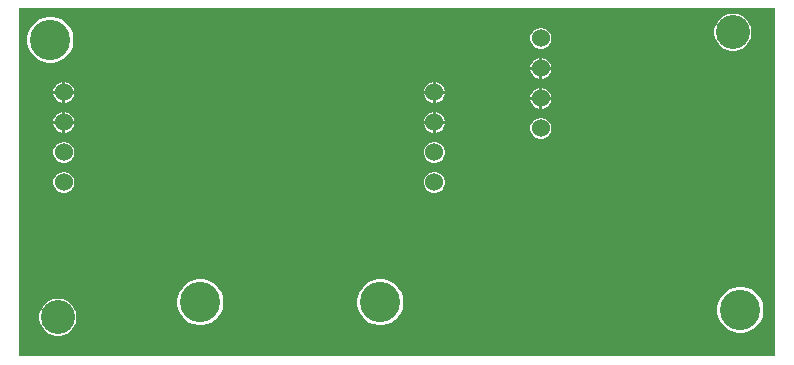
<source format=gbl>
G04*
G04 #@! TF.GenerationSoftware,Altium Limited,Altium Designer,22.9.1 (49)*
G04*
G04 Layer_Physical_Order=2*
G04 Layer_Color=16711680*
%FSLAX25Y25*%
%MOIN*%
G70*
G04*
G04 #@! TF.SameCoordinates,DEE7DE5E-5230-4543-89B2-9CAB29215946*
G04*
G04*
G04 #@! TF.FilePolarity,Positive*
G04*
G01*
G75*
%ADD27C,0.06000*%
%ADD28C,0.13400*%
%ADD29C,0.11337*%
%ADD30C,0.05000*%
G36*
X354000Y102000D02*
X102000D01*
Y218000D01*
X354000D01*
Y102000D01*
D02*
G37*
%LPC*%
G36*
X276461Y211500D02*
X275539D01*
X274649Y211262D01*
X273851Y210801D01*
X273199Y210149D01*
X272739Y209351D01*
X272500Y208461D01*
Y207539D01*
X272739Y206649D01*
X273199Y205851D01*
X273851Y205199D01*
X274649Y204738D01*
X275539Y204500D01*
X276461D01*
X277351Y204738D01*
X278149Y205199D01*
X278801Y205851D01*
X279261Y206649D01*
X279500Y207539D01*
Y208461D01*
X279261Y209351D01*
X278801Y210149D01*
X278149Y210801D01*
X277351Y211262D01*
X276461Y211500D01*
D02*
G37*
G36*
X340608Y216168D02*
X339392D01*
X338201Y215931D01*
X337078Y215466D01*
X336068Y214791D01*
X335209Y213932D01*
X334534Y212922D01*
X334069Y211799D01*
X333832Y210608D01*
Y209392D01*
X334069Y208201D01*
X334534Y207078D01*
X335209Y206068D01*
X336068Y205209D01*
X337078Y204534D01*
X338201Y204069D01*
X339392Y203832D01*
X340608D01*
X341799Y204069D01*
X342922Y204534D01*
X343932Y205209D01*
X344791Y206068D01*
X345466Y207078D01*
X345931Y208201D01*
X346168Y209392D01*
Y210608D01*
X345931Y211799D01*
X345466Y212922D01*
X344791Y213932D01*
X343932Y214791D01*
X342922Y215466D01*
X341799Y215931D01*
X340608Y216168D01*
D02*
G37*
G36*
X113257Y215184D02*
X111743D01*
X110259Y214889D01*
X108860Y214310D01*
X107602Y213469D01*
X106531Y212398D01*
X105690Y211140D01*
X105111Y209741D01*
X104816Y208257D01*
Y206743D01*
X105111Y205259D01*
X105690Y203860D01*
X106531Y202602D01*
X107602Y201531D01*
X108860Y200690D01*
X110259Y200111D01*
X111743Y199816D01*
X113257D01*
X114741Y200111D01*
X116140Y200690D01*
X117398Y201531D01*
X118469Y202602D01*
X119310Y203860D01*
X119889Y205259D01*
X120184Y206743D01*
Y208257D01*
X119889Y209741D01*
X119310Y211140D01*
X118469Y212398D01*
X117398Y213469D01*
X116140Y214310D01*
X114741Y214889D01*
X113257Y215184D01*
D02*
G37*
G36*
X276500Y201489D02*
Y198500D01*
X279489D01*
X279261Y199351D01*
X278801Y200149D01*
X278149Y200801D01*
X277351Y201261D01*
X276500Y201489D01*
D02*
G37*
G36*
X275500D02*
X274649Y201261D01*
X273851Y200801D01*
X273199Y200149D01*
X272739Y199351D01*
X272511Y198500D01*
X275500D01*
Y201489D01*
D02*
G37*
G36*
X279489Y197500D02*
X276500D01*
Y194510D01*
X277351Y194738D01*
X278149Y195199D01*
X278801Y195851D01*
X279261Y196649D01*
X279489Y197500D01*
D02*
G37*
G36*
X275500D02*
X272511D01*
X272739Y196649D01*
X273199Y195851D01*
X273851Y195199D01*
X274649Y194738D01*
X275500Y194510D01*
Y197500D01*
D02*
G37*
G36*
X117500Y193490D02*
Y190500D01*
X120490D01*
X120262Y191351D01*
X119801Y192149D01*
X119149Y192801D01*
X118351Y193262D01*
X117500Y193490D01*
D02*
G37*
G36*
X241000D02*
Y190500D01*
X243989D01*
X243761Y191351D01*
X243301Y192149D01*
X242649Y192801D01*
X241851Y193262D01*
X241000Y193490D01*
D02*
G37*
G36*
X116500D02*
X115649Y193262D01*
X114851Y192801D01*
X114199Y192149D01*
X113739Y191351D01*
X113511Y190500D01*
X116500D01*
Y193490D01*
D02*
G37*
G36*
X240000D02*
X239149Y193262D01*
X238351Y192801D01*
X237699Y192149D01*
X237239Y191351D01*
X237011Y190500D01*
X240000D01*
Y193490D01*
D02*
G37*
G36*
X276500Y191490D02*
Y188500D01*
X279489D01*
X279261Y189351D01*
X278801Y190149D01*
X278149Y190801D01*
X277351Y191261D01*
X276500Y191490D01*
D02*
G37*
G36*
X275500D02*
X274649Y191261D01*
X273851Y190801D01*
X273199Y190149D01*
X272739Y189351D01*
X272511Y188500D01*
X275500D01*
Y191490D01*
D02*
G37*
G36*
X243989Y189500D02*
X241000D01*
Y186511D01*
X241851Y186739D01*
X242649Y187199D01*
X243301Y187851D01*
X243761Y188649D01*
X243989Y189500D01*
D02*
G37*
G36*
X120490D02*
X117500D01*
Y186511D01*
X118351Y186739D01*
X119149Y187199D01*
X119801Y187851D01*
X120262Y188649D01*
X120490Y189500D01*
D02*
G37*
G36*
X240000D02*
X237011D01*
X237239Y188649D01*
X237699Y187851D01*
X238351Y187199D01*
X239149Y186739D01*
X240000Y186511D01*
Y189500D01*
D02*
G37*
G36*
X116500D02*
X113511D01*
X113739Y188649D01*
X114199Y187851D01*
X114851Y187199D01*
X115649Y186739D01*
X116500Y186511D01*
Y189500D01*
D02*
G37*
G36*
X279489Y187500D02*
X276500D01*
Y184511D01*
X277351Y184739D01*
X278149Y185199D01*
X278801Y185851D01*
X279261Y186649D01*
X279489Y187500D01*
D02*
G37*
G36*
X275500D02*
X272511D01*
X272739Y186649D01*
X273199Y185851D01*
X273851Y185199D01*
X274649Y184739D01*
X275500Y184511D01*
Y187500D01*
D02*
G37*
G36*
X241000Y183490D02*
Y180500D01*
X243989D01*
X243761Y181351D01*
X243301Y182149D01*
X242649Y182801D01*
X241851Y183262D01*
X241000Y183490D01*
D02*
G37*
G36*
X117500D02*
Y180500D01*
X120490D01*
X120262Y181351D01*
X119801Y182149D01*
X119149Y182801D01*
X118351Y183262D01*
X117500Y183490D01*
D02*
G37*
G36*
X240000D02*
X239149Y183262D01*
X238351Y182801D01*
X237699Y182149D01*
X237239Y181351D01*
X237011Y180500D01*
X240000D01*
Y183490D01*
D02*
G37*
G36*
X116500D02*
X115649Y183262D01*
X114851Y182801D01*
X114199Y182149D01*
X113739Y181351D01*
X113511Y180500D01*
X116500D01*
Y183490D01*
D02*
G37*
G36*
X243989Y179500D02*
X241000D01*
Y176511D01*
X241851Y176739D01*
X242649Y177199D01*
X243301Y177851D01*
X243761Y178649D01*
X243989Y179500D01*
D02*
G37*
G36*
X120490D02*
X117500D01*
Y176511D01*
X118351Y176739D01*
X119149Y177199D01*
X119801Y177851D01*
X120262Y178649D01*
X120490Y179500D01*
D02*
G37*
G36*
X240000D02*
X237011D01*
X237239Y178649D01*
X237699Y177851D01*
X238351Y177199D01*
X239149Y176739D01*
X240000Y176511D01*
Y179500D01*
D02*
G37*
G36*
X116500D02*
X113511D01*
X113739Y178649D01*
X114199Y177851D01*
X114851Y177199D01*
X115649Y176739D01*
X116500Y176511D01*
Y179500D01*
D02*
G37*
G36*
X276461Y181500D02*
X275539D01*
X274649Y181262D01*
X273851Y180801D01*
X273199Y180149D01*
X272739Y179351D01*
X272500Y178461D01*
Y177539D01*
X272739Y176649D01*
X273199Y175851D01*
X273851Y175199D01*
X274649Y174739D01*
X275539Y174500D01*
X276461D01*
X277351Y174739D01*
X278149Y175199D01*
X278801Y175851D01*
X279261Y176649D01*
X279500Y177539D01*
Y178461D01*
X279261Y179351D01*
X278801Y180149D01*
X278149Y180801D01*
X277351Y181262D01*
X276461Y181500D01*
D02*
G37*
G36*
X240961Y173500D02*
X240039D01*
X239149Y173261D01*
X238351Y172801D01*
X237699Y172149D01*
X237239Y171351D01*
X237000Y170461D01*
Y169539D01*
X237239Y168649D01*
X237699Y167851D01*
X238351Y167199D01*
X239149Y166738D01*
X240039Y166500D01*
X240961D01*
X241851Y166738D01*
X242649Y167199D01*
X243301Y167851D01*
X243761Y168649D01*
X244000Y169539D01*
Y170461D01*
X243761Y171351D01*
X243301Y172149D01*
X242649Y172801D01*
X241851Y173261D01*
X240961Y173500D01*
D02*
G37*
G36*
X117461D02*
X116539D01*
X115649Y173261D01*
X114851Y172801D01*
X114199Y172149D01*
X113739Y171351D01*
X113500Y170461D01*
Y169539D01*
X113739Y168649D01*
X114199Y167851D01*
X114851Y167199D01*
X115649Y166738D01*
X116539Y166500D01*
X117461D01*
X118351Y166738D01*
X119149Y167199D01*
X119801Y167851D01*
X120262Y168649D01*
X120500Y169539D01*
Y170461D01*
X120262Y171351D01*
X119801Y172149D01*
X119149Y172801D01*
X118351Y173261D01*
X117461Y173500D01*
D02*
G37*
G36*
X240961Y163500D02*
X240039D01*
X239149Y163261D01*
X238351Y162801D01*
X237699Y162149D01*
X237239Y161351D01*
X237000Y160461D01*
Y159539D01*
X237239Y158649D01*
X237699Y157851D01*
X238351Y157199D01*
X239149Y156738D01*
X240039Y156500D01*
X240961D01*
X241851Y156738D01*
X242649Y157199D01*
X243301Y157851D01*
X243761Y158649D01*
X244000Y159539D01*
Y160461D01*
X243761Y161351D01*
X243301Y162149D01*
X242649Y162801D01*
X241851Y163261D01*
X240961Y163500D01*
D02*
G37*
G36*
X117461D02*
X116539D01*
X115649Y163261D01*
X114851Y162801D01*
X114199Y162149D01*
X113739Y161351D01*
X113500Y160461D01*
Y159539D01*
X113739Y158649D01*
X114199Y157851D01*
X114851Y157199D01*
X115649Y156738D01*
X116539Y156500D01*
X117461D01*
X118351Y156738D01*
X119149Y157199D01*
X119801Y157851D01*
X120262Y158649D01*
X120500Y159539D01*
Y160461D01*
X120262Y161351D01*
X119801Y162149D01*
X119149Y162801D01*
X118351Y163261D01*
X117461Y163500D01*
D02*
G37*
G36*
X223257Y127684D02*
X221743D01*
X220259Y127389D01*
X218860Y126810D01*
X217602Y125969D01*
X216531Y124898D01*
X215690Y123640D01*
X215111Y122241D01*
X214816Y120757D01*
Y119243D01*
X215111Y117759D01*
X215690Y116360D01*
X216531Y115102D01*
X217602Y114031D01*
X218860Y113190D01*
X220259Y112611D01*
X221743Y112316D01*
X223257D01*
X224741Y112611D01*
X226140Y113190D01*
X227398Y114031D01*
X228469Y115102D01*
X229310Y116360D01*
X229889Y117759D01*
X230184Y119243D01*
Y120757D01*
X229889Y122241D01*
X229310Y123640D01*
X228469Y124898D01*
X227398Y125969D01*
X226140Y126810D01*
X224741Y127389D01*
X223257Y127684D01*
D02*
G37*
G36*
X163257D02*
X161743D01*
X160259Y127389D01*
X158860Y126810D01*
X157602Y125969D01*
X156531Y124898D01*
X155690Y123640D01*
X155111Y122241D01*
X154816Y120757D01*
Y119243D01*
X155111Y117759D01*
X155690Y116360D01*
X156531Y115102D01*
X157602Y114031D01*
X158860Y113190D01*
X160259Y112611D01*
X161743Y112316D01*
X163257D01*
X164741Y112611D01*
X166140Y113190D01*
X167398Y114031D01*
X168469Y115102D01*
X169310Y116360D01*
X169889Y117759D01*
X170184Y119243D01*
Y120757D01*
X169889Y122241D01*
X169310Y123640D01*
X168469Y124898D01*
X167398Y125969D01*
X166140Y126810D01*
X164741Y127389D01*
X163257Y127684D01*
D02*
G37*
G36*
X343257Y125184D02*
X341743D01*
X340259Y124889D01*
X338860Y124310D01*
X337602Y123469D01*
X336531Y122398D01*
X335690Y121140D01*
X335111Y119741D01*
X334816Y118257D01*
Y116743D01*
X335111Y115259D01*
X335690Y113860D01*
X336531Y112602D01*
X337602Y111531D01*
X338860Y110690D01*
X340259Y110111D01*
X341743Y109816D01*
X343257D01*
X344741Y110111D01*
X346140Y110690D01*
X347398Y111531D01*
X348469Y112602D01*
X349310Y113860D01*
X349889Y115259D01*
X350184Y116743D01*
Y118257D01*
X349889Y119741D01*
X349310Y121140D01*
X348469Y122398D01*
X347398Y123469D01*
X346140Y124310D01*
X344741Y124889D01*
X343257Y125184D01*
D02*
G37*
G36*
X115608Y121168D02*
X114392D01*
X113201Y120931D01*
X112078Y120466D01*
X111068Y119791D01*
X110209Y118932D01*
X109534Y117922D01*
X109069Y116799D01*
X108832Y115608D01*
Y114392D01*
X109069Y113201D01*
X109534Y112078D01*
X110209Y111068D01*
X111068Y110209D01*
X112078Y109534D01*
X113201Y109069D01*
X114392Y108832D01*
X115608D01*
X116799Y109069D01*
X117922Y109534D01*
X118932Y110209D01*
X119791Y111068D01*
X120466Y112078D01*
X120931Y113201D01*
X121168Y114392D01*
Y115608D01*
X120931Y116799D01*
X120466Y117922D01*
X119791Y118932D01*
X118932Y119791D01*
X117922Y120466D01*
X116799Y120931D01*
X115608Y121168D01*
D02*
G37*
%LPD*%
D27*
X117000Y190000D02*
D03*
Y180000D02*
D03*
Y170000D02*
D03*
Y160000D02*
D03*
X276000Y208000D02*
D03*
Y198000D02*
D03*
Y188000D02*
D03*
Y178000D02*
D03*
X240500Y190000D02*
D03*
Y180000D02*
D03*
Y170000D02*
D03*
Y160000D02*
D03*
D28*
X222500Y120000D02*
D03*
X162500D02*
D03*
X342500Y117500D02*
D03*
X112500Y207500D02*
D03*
D29*
X340000Y190000D02*
D03*
Y210000D02*
D03*
X140000Y115000D02*
D03*
X115000D02*
D03*
D30*
X161500Y187500D02*
D03*
X260500Y193000D02*
D03*
X331000Y107000D02*
D03*
M02*

</source>
